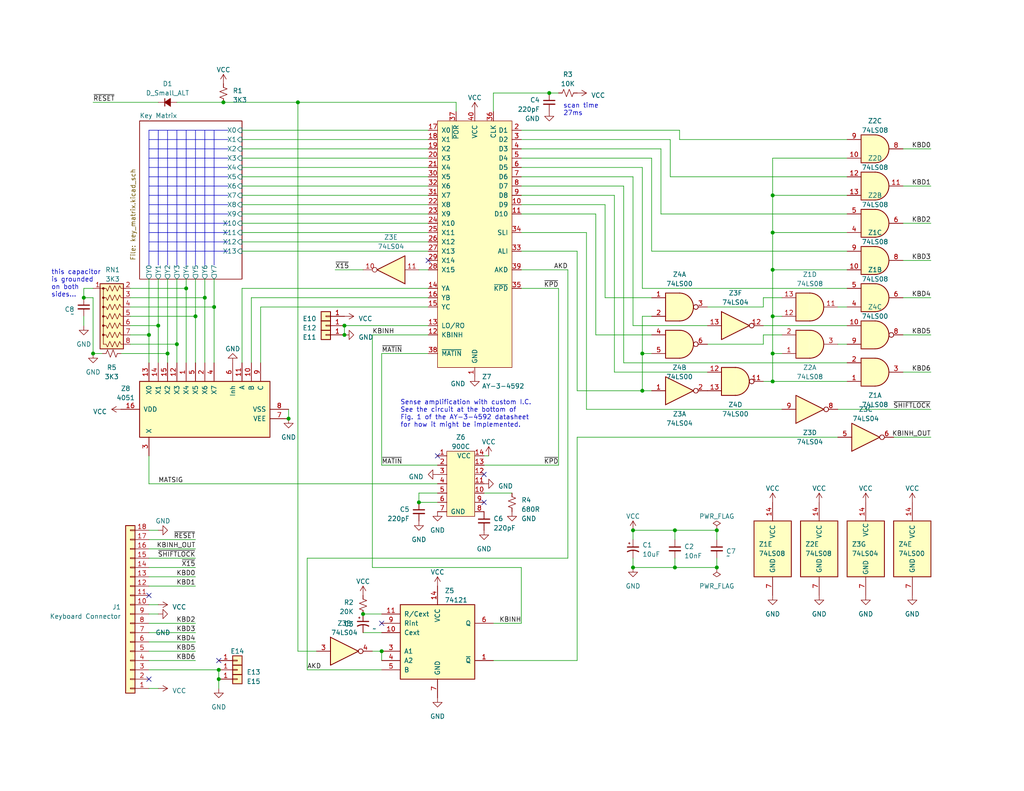
<source format=kicad_sch>
(kicad_sch (version 20230121) (generator eeschema)
  (paper "USLetter")
  (title_block (title "Key Tronic Corp. 65-01642") (date "2023-04-24") (rev "1") (company "Bradley Bell") (comment 1 "As found on MAI Basic/Four 7250 terminal"))
  (lib_symbols
    (symbol "4xxx:4051" (pin_names (offset 1.016))
      (property "Reference" "U" (at -7.62 19.05 0))
      (property "Value" "4051" (at -7.62 -19.05 0))
      (symbol "4051_1_0"
        (pin passive line (at -12.7 5.08 0) (length 5.08) (name "X4") (number "1"))
        (pin input line (at -12.7 -12.7 0) (length 5.08) (name "B") (number "10"))
        (pin input line (at -12.7 -10.16 0) (length 5.08) (name "A") (number "11"))
        (pin passive line (at -12.7 7.62 0) (length 5.08) (name "X3") (number "12"))
        (pin passive line (at -12.7 15.24 0) (length 5.08) (name "X0") (number "13"))
        (pin passive line (at -12.7 12.7 0) (length 5.08) (name "X1") (number "14"))
        (pin passive line (at -12.7 10.16 0) (length 5.08) (name "X2") (number "15"))
        (pin power_in line (at 0 22.86 270) (length 5.08) (name "VDD") (number "16"))
        (pin passive line (at -12.7 0 0) (length 5.08) (name "X6") (number "2"))
        (pin passive line (at 12.7 15.24 180) (length 5.08) (name "X") (number "3"))
        (pin passive line (at -12.7 -2.54 0) (length 5.08) (name "X7") (number "4"))
        (pin passive line (at -12.7 2.54 0) (length 5.08) (name "X5") (number "5"))
        (pin input line (at -12.7 -7.62 0) (length 5.08) (name "Inh") (number "6"))
        (pin power_in line (at 2.54 -22.86 90) (length 5.08) (name "VEE") (number "7"))
        (pin power_in line (at 0 -22.86 90) (length 5.08) (name "VSS") (number "8"))
        (pin input line (at -12.7 -15.24 0) (length 5.08) (name "C") (number "9"))
      )
    )
    (symbol "74xx:74LS00" (pin_names (offset 1.016))
      (property "Reference" "U" (at 0 1.27 0))
      (property "Value" "74LS00" (at 0 -1.27 0))
      (symbol "74LS00_1_1"
        (pin input line (at -7.62 2.54 0) (length 3.81) (name "~") (number "1"))
        (pin input line (at -7.62 -2.54 0) (length 3.81) (name "~") (number "2"))
        (pin output inverted (at 7.62 0 180) (length 3.81) (name "~") (number "3"))
      )
      (symbol "74LS00_1_2"
        (pin input inverted (at -7.62 2.54 0) (length 4.318) (name "~") (number "1"))
        (pin input inverted (at -7.62 -2.54 0) (length 4.318) (name "~") (number "2"))
        (pin output line (at 7.62 0 180) (length 3.81) (name "~") (number "3"))
      )
      (symbol "74LS00_2_1"
        (pin input line (at -7.62 2.54 0) (length 3.81) (name "~") (number "4"))
        (pin input line (at -7.62 -2.54 0) (length 3.81) (name "~") (number "5"))
        (pin output inverted (at 7.62 0 180) (length 3.81) (name "~") (number "6"))
      )
      (symbol "74LS00_2_2"
        (pin input inverted (at -7.62 2.54 0) (length 4.318) (name "~") (number "4"))
        (pin input inverted (at -7.62 -2.54 0) (length 4.318) (name "~") (number "5"))
        (pin output line (at 7.62 0 180) (length 3.81) (name "~") (number "6"))
      )
      (symbol "74LS00_3_1"
        (pin input line (at -7.62 -2.54 0) (length 3.81) (name "~") (number "10"))
        (pin output inverted (at 7.62 0 180) (length 3.81) (name "~") (number "8"))
        (pin input line (at -7.62 2.54 0) (length 3.81) (name "~") (number "9"))
      )
      (symbol "74LS00_3_2"
        (pin input inverted (at -7.62 -2.54 0) (length 4.318) (name "~") (number "10"))
        (pin output line (at 7.62 0 180) (length 3.81) (name "~") (number "8"))
        (pin input inverted (at -7.62 2.54 0) (length 4.318) (name "~") (number "9"))
      )
      (symbol "74LS00_4_1"
        (pin output inverted (at 7.62 0 180) (length 3.81) (name "~") (number "11"))
        (pin input line (at -7.62 2.54 0) (length 3.81) (name "~") (number "12"))
        (pin input line (at -7.62 -2.54 0) (length 3.81) (name "~") (number "13"))
      )
      (symbol "74LS00_4_2"
        (pin output line (at 7.62 0 180) (length 3.81) (name "~") (number "11"))
        (pin input inverted (at -7.62 2.54 0) (length 4.318) (name "~") (number "12"))
        (pin input inverted (at -7.62 -2.54 0) (length 4.318) (name "~") (number "13"))
      )
      (symbol "74LS00_5_0"
        (pin power_in line (at 0 12.7 270) (length 5.08) (name "VCC") (number "14"))
        (pin power_in line (at 0 -12.7 90) (length 5.08) (name "GND") (number "7"))
      )
    )
    (symbol "74xx:74LS04"
      (property "Reference" "U" (at 0 1.27 0))
      (property "Value" "74LS04" (at 0 -1.27 0))
      (symbol "74LS04_1_0"
        (pin input line (at -7.62 0 0) (length 3.81) (name "~") (number "1"))
        (pin output inverted (at 7.62 0 180) (length 3.81) (name "~") (number "2"))
      )
      (symbol "74LS04_2_0"
        (pin input line (at -7.62 0 0) (length 3.81) (name "~") (number "3"))
        (pin output inverted (at 7.62 0 180) (length 3.81) (name "~") (number "4"))
      )
      (symbol "74LS04_3_0"
        (pin input line (at -7.62 0 0) (length 3.81) (name "~") (number "5"))
        (pin output inverted (at 7.62 0 180) (length 3.81) (name "~") (number "6"))
      )
      (symbol "74LS04_4_0"
        (pin output inverted (at 7.62 0 180) (length 3.81) (name "~") (number "8"))
        (pin input line (at -7.62 0 0) (length 3.81) (name "~") (number "9"))
      )
      (symbol "74LS04_5_0"
        (pin output inverted (at 7.62 0 180) (length 3.81) (name "~") (number "10"))
        (pin input line (at -7.62 0 0) (length 3.81) (name "~") (number "11"))
      )
      (symbol "74LS04_6_0"
        (pin output inverted (at 7.62 0 180) (length 3.81) (name "~") (number "12"))
        (pin input line (at -7.62 0 0) (length 3.81) (name "~") (number "13"))
      )
      (symbol "74LS04_7_0"
        (pin power_in line (at 0 12.7 270) (length 5.08) (name "VCC") (number "14"))
        (pin power_in line (at 0 -12.7 90) (length 5.08) (name "GND") (number "7"))
      )
    )
    (symbol "74xx:74LS08" (pin_names (offset 1.016))
      (property "Reference" "U" (at 0 1.27 0))
      (property "Value" "74LS08" (at 0 -1.27 0))
      (symbol "74LS08_1_1"
        (pin input line (at -7.62 2.54 0) (length 3.81) (name "~") (number "1"))
        (pin input line (at -7.62 -2.54 0) (length 3.81) (name "~") (number "2"))
        (pin output line (at 7.62 0 180) (length 3.81) (name "~") (number "3"))
      )
      (symbol "74LS08_1_2"
        (pin input inverted (at -7.62 2.54 0) (length 4.318) (name "~") (number "1"))
        (pin input inverted (at -7.62 -2.54 0) (length 4.318) (name "~") (number "2"))
        (pin output inverted (at 7.62 0 180) (length 3.81) (name "~") (number "3"))
      )
      (symbol "74LS08_2_1"
        (pin input line (at -7.62 2.54 0) (length 3.81) (name "~") (number "4"))
        (pin input line (at -7.62 -2.54 0) (length 3.81) (name "~") (number "5"))
        (pin output line (at 7.62 0 180) (length 3.81) (name "~") (number "6"))
      )
      (symbol "74LS08_2_2"
        (pin input inverted (at -7.62 2.54 0) (length 4.318) (name "~") (number "4"))
        (pin input inverted (at -7.62 -2.54 0) (length 4.318) (name "~") (number "5"))
        (pin output inverted (at 7.62 0 180) (length 3.81) (name "~") (number "6"))
      )
      (symbol "74LS08_3_1"
        (pin input line (at -7.62 -2.54 0) (length 3.81) (name "~") (number "10"))
        (pin output line (at 7.62 0 180) (length 3.81) (name "~") (number "8"))
        (pin input line (at -7.62 2.54 0) (length 3.81) (name "~") (number "9"))
      )
      (symbol "74LS08_3_2"
        (pin input inverted (at -7.62 -2.54 0) (length 4.318) (name "~") (number "10"))
        (pin output inverted (at 7.62 0 180) (length 3.81) (name "~") (number "8"))
        (pin input inverted (at -7.62 2.54 0) (length 4.318) (name "~") (number "9"))
      )
      (symbol "74LS08_4_1"
        (pin output line (at 7.62 0 180) (length 3.81) (name "~") (number "11"))
        (pin input line (at -7.62 2.54 0) (length 3.81) (name "~") (number "12"))
        (pin input line (at -7.62 -2.54 0) (length 3.81) (name "~") (number "13"))
      )
      (symbol "74LS08_4_2"
        (pin output inverted (at 7.62 0 180) (length 3.81) (name "~") (number "11"))
        (pin input inverted (at -7.62 2.54 0) (length 4.318) (name "~") (number "12"))
        (pin input inverted (at -7.62 -2.54 0) (length 4.318) (name "~") (number "13"))
      )
      (symbol "74LS08_5_0"
        (pin power_in line (at 0 12.7 270) (length 5.08) (name "VCC") (number "14"))
        (pin power_in line (at 0 -12.7 90) (length 5.08) (name "GND") (number "7"))
      )
    )
    (symbol "74xx:74LS121" (pin_names (offset 1.016))
      (property "Reference" "Z5" (at 1.9559 13.97 0))
      (property "Value" "74121" (at 1.9559 11.43 0))
      (symbol "74LS121_1_0"
        (pin output line (at 15.24 -5.08 180) (length 5.08) (name "~{Q}") (number "1"))
        (pin input line (at -15.24 2.54 0) (length 5.08) (name "Cext") (number "10"))
        (pin input line (at -15.24 7.62 0) (length 5.08) (name "R/Cext") (number "11"))
        (pin power_in line (at 0 15.24 270) (length 5.08) (name "VCC") (number "14"))
        (pin input line (at -15.24 -2.54 0) (length 5.08) (name "A1") (number "3"))
        (pin input line (at -15.24 -5.08 0) (length 5.08) (name "A2") (number "4"))
        (pin input line (at -15.24 -7.62 0) (length 5.08) (name "B") (number "5"))
        (pin output line (at 15.24 5.08 180) (length 5.08) (name "Q") (number "6"))
        (pin power_in line (at 0 -15.24 90) (length 5.08) (name "GND") (number "7"))
        (pin passive line (at -15.24 5.08 0) (length 5.08) (name "Rint") (number "9"))
      )
    )
    (symbol "Connector_Generic:Conn_01x01" (pin_names (offset 1.016) hide)
      (property "Reference" "J" (at 0 2.54 0))
      (property "Value" "Conn_01x01" (at 0 -2.54 0))
      (symbol "Conn_01x01_1_1"
        (pin passive line (at -5.08 0 0) (length 3.81) (name "Pin_1") (number "1"))
      )
    )
    (symbol "Connector_Generic:Conn_01x18" (pin_names (offset 1.016) hide)
      (property "Reference" "J" (at 0 22.86 0))
      (property "Value" "Conn_01x18" (at 0 -25.4 0))
      (symbol "Conn_01x18_1_1"
        (pin passive line (at -5.08 20.32 0) (length 3.81) (name "Pin_1") (number "1"))
        (pin passive line (at -5.08 -2.54 0) (length 3.81) (name "Pin_10") (number "10"))
        (pin passive line (at -5.08 -5.08 0) (length 3.81) (name "Pin_11") (number "11"))
        (pin passive line (at -5.08 -7.62 0) (length 3.81) (name "Pin_12") (number "12"))
        (pin passive line (at -5.08 -10.16 0) (length 3.81) (name "Pin_13") (number "13"))
        (pin passive line (at -5.08 -12.7 0) (length 3.81) (name "Pin_14") (number "14"))
        (pin passive line (at -5.08 -15.24 0) (length 3.81) (name "Pin_15") (number "15"))
        (pin passive line (at -5.08 -17.78 0) (length 3.81) (name "Pin_16") (number "16"))
        (pin passive line (at -5.08 -20.32 0) (length 3.81) (name "Pin_17") (number "17"))
        (pin passive line (at -5.08 -22.86 0) (length 3.81) (name "Pin_18") (number "18"))
        (pin passive line (at -5.08 17.78 0) (length 3.81) (name "Pin_2") (number "2"))
        (pin passive line (at -5.08 15.24 0) (length 3.81) (name "Pin_3") (number "3"))
        (pin passive line (at -5.08 12.7 0) (length 3.81) (name "Pin_4") (number "4"))
        (pin passive line (at -5.08 10.16 0) (length 3.81) (name "Pin_5") (number "5"))
        (pin passive line (at -5.08 7.62 0) (length 3.81) (name "Pin_6") (number "6"))
        (pin passive line (at -5.08 5.08 0) (length 3.81) (name "Pin_7") (number "7"))
        (pin passive line (at -5.08 2.54 0) (length 3.81) (name "Pin_8") (number "8"))
        (pin passive line (at -5.08 0 0) (length 3.81) (name "Pin_9") (number "9"))
      )
    )
    (symbol "Device:C_Polarized_Small_US" (pin_numbers hide) (pin_names (offset 0.254) hide)
      (property "Reference" "C" (at 0.254 1.778 0))
      (property "Value" "C_Polarized_Small_US" (at 0.254 -2.032 0))
      (symbol "C_Polarized_Small_US_1_1"
        (pin passive line (at 0 2.54 270) (length 2.032) (name "~") (number "1"))
        (pin passive line (at 0 -2.54 90) (length 2.032) (name "~") (number "2"))
      )
    )
    (symbol "Device:C_Small" (pin_numbers hide) (pin_names (offset 0.254) hide)
      (property "Reference" "C" (at 0.254 1.778 0))
      (property "Value" "C_Small" (at 0.254 -2.032 0))
      (symbol "C_Small_1_1"
        (pin passive line (at 0 2.54 270) (length 2.032) (name "~") (number "1"))
        (pin passive line (at 0 -2.54 90) (length 2.032) (name "~") (number "2"))
      )
    )
    (symbol "Device:D_Small_Filled" (pin_numbers hide) (pin_names (offset 0.254) hide)
      (property "Reference" "D" (at -1.27 2.032 0))
      (property "Value" "D_Small_Filled" (at -3.81 -2.032 0))
      (symbol "D_Small_Filled_1_1"
        (pin passive line (at -2.54 0 0) (length 1.778) (name "K") (number "1"))
        (pin passive line (at 2.54 0 180) (length 1.778) (name "A") (number "2"))
      )
    )
    (symbol "Device:R_Network07_US" (pin_names (offset 0) hide)
      (property "Reference" "RN" (at -10.16 0 90))
      (property "Value" "R_Network07_US" (at 10.16 0 90))
      (symbol "R_Network07_US_1_1"
        (pin passive line (at -7.62 5.08 270) (length 2.54) (name "common") (number "1"))
        (pin passive line (at -7.62 -5.08 90) (length 1.27) (name "R1") (number "2"))
        (pin passive line (at -5.08 -5.08 90) (length 1.27) (name "R2") (number "3"))
        (pin passive line (at -2.54 -5.08 90) (length 1.27) (name "R3") (number "4"))
        (pin passive line (at 0 -5.08 90) (length 1.27) (name "R4") (number "5"))
        (pin passive line (at 2.54 -5.08 90) (length 1.27) (name "R5") (number "6"))
        (pin passive line (at 5.08 -5.08 90) (length 1.27) (name "R6") (number "7"))
        (pin passive line (at 7.62 -5.08 90) (length 1.27) (name "R7") (number "8"))
      )
    )
    (symbol "Device:R_Small_US" (pin_numbers hide) (pin_names (offset 0.254) hide)
      (property "Reference" "R" (at 0.762 0.508 0))
      (property "Value" "R_Small_US" (at 0.762 -1.016 0))
      (symbol "R_Small_US_1_1"
        (pin passive line (at 0 2.54 270) (length 1.016) (name "~") (number "1"))
        (pin passive line (at 0 -2.54 90) (length 1.016) (name "~") (number "2"))
      )
    )
    (symbol "ambassador:4592_simple" (pin_names (offset 1.016))
      (property "Reference" "Z8" (at 6.35 52.07 0))
      (property "Value" "4592_simple" (at 6.35 49.53 0))
      (symbol "4592_simple_0_1"
        (pin power_in line (at 0 -21.59 90) (length 2.54) (name "GND") (number "1"))
        (pin output line (at 12.7 25.4 180) (length 2.54) (name "D9") (number "10"))
        (pin output line (at 12.7 22.86 180) (length 2.54) (name "D10") (number "11"))
        (pin input line (at -12.7 -10.16 0) (length 2.54) (name "KBINH") (number "12"))
        (pin input line (at -12.7 -7.62 0) (length 2.54) (name "LO/RO") (number "13"))
        (pin output line (at -12.7 2.54 0) (length 2.54) (name "YA") (number "14"))
        (pin output line (at -12.7 -2.54 0) (length 2.54) (name "YC") (number "15"))
        (pin output line (at -12.7 0 0) (length 2.54) (name "YB") (number "16"))
        (pin output line (at -12.7 43.18 0) (length 2.54) (name "X1") (number "18"))
        (pin output line (at -12.7 40.64 0) (length 2.54) (name "X2") (number "19"))
        (pin output line (at 12.7 45.72 180) (length 2.54) (name "D1") (number "2"))
        (pin output line (at -12.7 38.1 0) (length 2.54) (name "X3") (number "20"))
        (pin output line (at -12.7 35.56 0) (length 2.54) (name "X4") (number "21"))
        (pin output line (at -12.7 22.86 0) (length 2.54) (name "X9") (number "23"))
        (pin output line (at -12.7 20.32 0) (length 2.54) (name "X10") (number "24"))
        (pin output line (at -12.7 17.78 0) (length 2.54) (name "X11") (number "25"))
        (pin output line (at -12.7 12.7 0) (length 2.54) (name "X13") (number "27"))
        (pin output line (at -12.7 7.62 0) (length 2.54) (name "X15") (number "28"))
        (pin output line (at -12.7 10.16 0) (length 2.54) (name "X14") (number "29"))
        (pin output line (at 12.7 43.18 180) (length 2.54) (name "D2") (number "3"))
        (pin output line (at -12.7 27.94 0) (length 2.54) (name "X7") (number "31"))
        (pin output line (at -12.7 30.48 0) (length 2.54) (name "X6") (number "32"))
        (pin output line (at 12.7 12.7 180) (length 2.54) (name "ALI") (number "33"))
        (pin output line (at 12.7 17.78 180) (length 2.54) (name "SLI") (number "34"))
        (pin output line (at 12.7 2.54 180) (length 2.54) (name "~{KPD}") (number "35"))
        (pin passive line (at 5.08 50.8 270) (length 2.54) (name "CLK") (number "36"))
        (pin input line (at -5.08 50.8 270) (length 2.54) (name "~{POR}") (number "37"))
        (pin input line (at -12.7 -15.24 0) (length 2.54) (name "~{MATIN}") (number "38"))
        (pin output line (at 12.7 7.62 180) (length 2.54) (name "AKD") (number "39"))
        (pin output line (at 12.7 40.64 180) (length 2.54) (name "D3") (number "4"))
        (pin power_in line (at 0 50.8 270) (length 2.54) (name "VCC") (number "40"))
        (pin output line (at 12.7 38.1 180) (length 2.54) (name "D4") (number "5"))
        (pin output line (at 12.7 35.56 180) (length 2.54) (name "D5") (number "6"))
        (pin output line (at 12.7 33.02 180) (length 2.54) (name "D6") (number "7"))
        (pin output line (at 12.7 30.48 180) (length 2.54) (name "D7") (number "8"))
        (pin output line (at 12.7 27.94 180) (length 2.54) (name "D8") (number "9"))
      )
      (symbol "4592_simple_1_1"
        (pin output line (at -12.7 45.72 0) (length 2.54) (name "X0") (number "17"))
        (pin output line (at -12.7 25.4 0) (length 2.54) (name "X8") (number "22"))
        (pin output line (at -12.7 15.24 0) (length 2.54) (name "X12") (number "26"))
        (pin output line (at -12.7 33.02 0) (length 2.54) (name "X5") (number "30"))
      )
    )
    (symbol "ambassador:900C" (pin_names (offset 1.016))
      (property "Reference" "U" (at 0 0 0))
      (property "Value" "900C" (at 0 -3.81 0))
      (symbol "900C_0_0"
        (pin unspecified line (at -6.35 3.81 0) (length 2.54) (name "~") (number "1"))
        (pin unspecified line (at 6.35 -6.35 180) (length 2.54) (name "~") (number "10"))
        (pin unspecified line (at 6.35 -3.81 180) (length 2.54) (name "~") (number "11"))
        (pin unspecified line (at 6.35 -1.27 180) (length 2.54) (name "~") (number "12"))
        (pin unspecified line (at 6.35 1.27 180) (length 2.54) (name "~") (number "13"))
        (pin power_in line (at 6.35 3.81 180) (length 2.54) (name "VCC") (number "14"))
        (pin unspecified line (at -6.35 1.27 0) (length 2.54) (name "~") (number "2"))
        (pin unspecified line (at -6.35 -1.27 0) (length 2.54) (name "~") (number "3"))
        (pin unspecified line (at -6.35 -3.81 0) (length 2.54) (name "~") (number "4"))
        (pin unspecified line (at -6.35 -6.35 0) (length 2.54) (name "~") (number "5"))
        (pin unspecified line (at -6.35 -8.89 0) (length 2.54) (name "~") (number "6"))
        (pin power_in line (at -6.35 -11.43 0) (length 2.54) (name "GND") (number "7"))
        (pin unspecified line (at 6.35 -11.43 180) (length 2.54) (name "~") (number "8"))
        (pin unspecified line (at 6.35 -8.89 180) (length 2.54) (name "~") (number "9"))
      )
    )
    (symbol "power:GND" (power) (pin_names (offset 0))
      (property "Value" "GND" (at 0 -3.81 0))
      (symbol "GND_1_1"
        (pin power_in line (at 0 0 270) (length 0) hide (name "GND") (number "1"))
      )
    )
    (symbol "power:PWR_FLAG" (power) (pin_numbers hide) (pin_names (offset 0) hide)
      (property "Value" "PWR_FLAG" (at 0 3.81 0))
      (symbol "PWR_FLAG_0_0"
        (pin power_out line (at 0 0 90) (length 0) (name "pwr") (number "1"))
      )
    )
    (symbol "power:VCC" (power) (pin_names (offset 0))
      (property "Value" "VCC" (at 0 3.81 0))
      (symbol "VCC_1_1"
        (pin power_in line (at 0 0 90) (length 0) hide (name "VCC") (number "1"))
      )
    )
  )
  (junction (at 210.82 53.34))
  (junction (at 40.64 91.44))
  (junction (at 210.82 86.36))
  (junction (at 93.98 88.9))
  (junction (at 60.96 27.94))
  (junction (at 58.42 83.82))
  (junction (at 59.69 185.42))
  (junction (at 184.15 144.78))
  (junction (at 210.82 63.5))
  (junction (at 55.88 81.28))
  (junction (at 81.28 27.94))
  (junction (at 53.34 86.36))
  (junction (at 99.06 167.64))
  (junction (at 48.26 93.98))
  (junction (at 172.72 154.94))
  (junction (at 43.18 88.9))
  (junction (at 172.72 144.78))
  (junction (at 114.3 137.16))
  (junction (at 25.4 96.52))
  (junction (at 195.58 144.78))
  (junction (at 210.82 104.14))
  (junction (at 184.15 154.94))
  (junction (at 59.69 182.88))
  (junction (at 78.74 114.3))
  (junction (at 175.26 96.52))
  (junction (at 195.58 154.94))
  (junction (at 50.8 78.74))
  (junction (at 210.82 73.66))
  (junction (at 22.86 81.28))
  (junction (at 93.98 91.44))
  (junction (at 45.72 96.52))
  (junction (at 175.26 106.68))
  (junction (at 104.14 177.8))
  (junction (at 210.82 96.52))
  (junction (at 149.86 25.4))
  (no_connect (at 116.84 71.12))
  (no_connect (at 59.69 180.34))
  (no_connect (at 119.38 124.46))
  (no_connect (at 40.64 185.42))
  (no_connect (at 132.08 137.16))
  (no_connect (at 132.08 129.54))
  (no_connect (at 104.14 170.18))
  (no_connect (at 40.64 162.56))
  (wire (pts (xy 60.96 27.94) (xy 81.28 27.94)))
  (polyline (pts (xy 40.64 35.56) (xy 62.23 35.56)))
  (wire (pts (xy 53.34 172.72) (xy 40.64 172.72)))
  (wire (pts (xy 210.82 86.36) (xy 210.82 96.52)))
  (wire (pts (xy 182.88 48.26) (xy 231.14 48.26)))
  (wire (pts (xy 175.26 96.52) (xy 177.8 96.52)))
  (wire (pts (xy 185.42 35.56) (xy 185.42 38.1)))
  (wire (pts (xy 66.04 40.64) (xy 116.84 40.64)))
  (wire (pts (xy 119.38 137.16) (xy 114.3 137.16)))
  (wire (pts (xy 210.82 96.52) (xy 210.82 104.14)))
  (wire (pts (xy 59.69 187.96) (xy 59.69 185.42)))
  (wire (pts (xy 35.56 88.9) (xy 43.18 88.9)))
  (wire (pts (xy 22.86 88.9) (xy 22.86 86.36)))
  (wire (pts (xy 184.15 144.78) (xy 195.58 144.78)))
  (wire (pts (xy 71.12 99.06) (xy 71.12 83.82)))
  (wire (pts (xy 104.14 96.52) (xy 104.14 127)))
  (polyline (pts (xy 40.64 45.72) (xy 62.23 45.72)))
  (wire (pts (xy 43.18 88.9) (xy 43.18 99.06)))
  (polyline (pts (xy 48.26 72.39) (xy 48.26 35.56)))
  (wire (pts (xy 172.72 154.94) (xy 184.15 154.94)))
  (wire (pts (xy 142.24 154.94) (xy 101.6 154.94)))
  (wire (pts (xy 175.26 86.36) (xy 177.8 86.36)))
  (polyline (pts (xy 40.64 48.26) (xy 62.23 48.26)))
  (wire (pts (xy 154.94 152.4) (xy 154.94 73.66)))
  (wire (pts (xy 104.14 127) (xy 119.38 127)))
  (wire (pts (xy 66.04 48.26) (xy 116.84 48.26)))
  (wire (pts (xy 210.82 53.34) (xy 210.82 63.5)))
  (wire (pts (xy 246.38 71.12) (xy 254 71.12)))
  (wire (pts (xy 182.88 38.1) (xy 182.88 48.26)))
  (wire (pts (xy 246.38 101.6) (xy 254 101.6)))
  (wire (pts (xy 132.08 134.62) (xy 139.7 134.62)))
  (wire (pts (xy 114.3 134.62) (xy 114.3 137.16)))
  (wire (pts (xy 175.26 78.74) (xy 231.14 78.74)))
  (wire (pts (xy 104.14 177.8) (xy 104.14 180.34)))
  (wire (pts (xy 66.04 53.34) (xy 116.84 53.34)))
  (wire (pts (xy 184.15 144.78) (xy 184.15 147.32)))
  (wire (pts (xy 149.86 25.4) (xy 152.4 25.4)))
  (wire (pts (xy 53.34 147.32) (xy 40.64 147.32)))
  (wire (pts (xy 35.56 78.74) (xy 50.8 78.74)))
  (wire (pts (xy 175.26 45.72) (xy 175.26 78.74)))
  (wire (pts (xy 66.04 50.8) (xy 116.84 50.8)))
  (wire (pts (xy 53.34 86.36) (xy 53.34 99.06)))
  (wire (pts (xy 213.36 86.36) (xy 210.82 86.36)))
  (wire (pts (xy 210.82 104.14) (xy 208.28 104.14)))
  (wire (pts (xy 134.62 170.18) (xy 142.24 170.18)))
  (wire (pts (xy 142.24 35.56) (xy 185.42 35.56)))
  (wire (pts (xy 35.56 91.44) (xy 40.64 91.44)))
  (polyline (pts (xy 40.64 50.8) (xy 62.23 50.8)))
  (wire (pts (xy 210.82 53.34) (xy 231.14 53.34)))
  (wire (pts (xy 35.56 83.82) (xy 58.42 83.82)))
  (wire (pts (xy 246.38 50.8) (xy 254 50.8)))
  (wire (pts (xy 93.98 91.44) (xy 93.98 88.9)))
  (wire (pts (xy 167.64 101.6) (xy 193.04 101.6)))
  (polyline (pts (xy 40.64 72.39) (xy 40.64 35.56)))
  (wire (pts (xy 55.88 76.2) (xy 55.88 81.28)))
  (wire (pts (xy 53.34 175.26) (xy 40.64 175.26)))
  (polyline (pts (xy 45.72 72.39) (xy 45.72 35.56)))
  (wire (pts (xy 208.28 91.44) (xy 213.36 91.44)))
  (wire (pts (xy 142.24 68.58) (xy 157.48 68.58)))
  (wire (pts (xy 142.24 58.42) (xy 162.56 58.42)))
  (wire (pts (xy 134.62 25.4) (xy 149.86 25.4)))
  (wire (pts (xy 66.04 68.58) (xy 116.84 68.58)))
  (wire (pts (xy 132.08 127) (xy 152.4 127)))
  (wire (pts (xy 142.24 43.18) (xy 177.8 43.18)))
  (wire (pts (xy 68.58 81.28) (xy 116.84 81.28)))
  (wire (pts (xy 48.26 93.98) (xy 48.26 99.06)))
  (wire (pts (xy 66.04 38.1) (xy 116.84 38.1)))
  (wire (pts (xy 66.04 35.56) (xy 116.84 35.56)))
  (wire (pts (xy 33.02 96.52) (xy 45.72 96.52)))
  (wire (pts (xy 101.6 91.44) (xy 116.84 91.44)))
  (polyline (pts (xy 40.64 58.42) (xy 62.23 58.42)))
  (polyline (pts (xy 58.42 72.39) (xy 58.42 35.56)))
  (wire (pts (xy 185.42 38.1) (xy 231.14 38.1)))
  (wire (pts (xy 71.12 83.82) (xy 116.84 83.82)))
  (wire (pts (xy 172.72 48.26) (xy 172.72 88.9)))
  (wire (pts (xy 86.36 177.8) (xy 81.28 177.8)))
  (wire (pts (xy 142.24 45.72) (xy 175.26 45.72)))
  (polyline (pts (xy 55.88 72.39) (xy 55.88 35.56)))
  (wire (pts (xy 59.69 182.88) (xy 40.64 182.88)))
  (wire (pts (xy 177.8 68.58) (xy 231.14 68.58)))
  (wire (pts (xy 175.26 96.52) (xy 175.26 106.68)))
  (wire (pts (xy 172.72 88.9) (xy 193.04 88.9)))
  (wire (pts (xy 66.04 60.96) (xy 116.84 60.96)))
  (wire (pts (xy 35.56 86.36) (xy 53.34 86.36)))
  (wire (pts (xy 66.04 55.88) (xy 116.84 55.88)))
  (wire (pts (xy 101.6 154.94) (xy 101.6 91.44)))
  (wire (pts (xy 210.82 63.5) (xy 231.14 63.5)))
  (wire (pts (xy 210.82 43.18) (xy 210.82 53.34)))
  (wire (pts (xy 50.8 78.74) (xy 50.8 99.06)))
  (wire (pts (xy 66.04 66.04) (xy 116.84 66.04)))
  (wire (pts (xy 40.64 132.08) (xy 119.38 132.08)))
  (wire (pts (xy 43.18 27.94) (xy 25.4 27.94)))
  (wire (pts (xy 210.82 63.5) (xy 210.82 73.66)))
  (wire (pts (xy 210.82 104.14) (xy 231.14 104.14)))
  (wire (pts (xy 43.18 76.2) (xy 43.18 88.9)))
  (wire (pts (xy 68.58 99.06) (xy 68.58 81.28)))
  (wire (pts (xy 162.56 58.42) (xy 162.56 91.44)))
  (wire (pts (xy 208.28 91.44) (xy 208.28 93.98)))
  (wire (pts (xy 172.72 154.94) (xy 172.72 152.4)))
  (polyline (pts (xy 40.64 43.18) (xy 62.23 43.18)))
  (wire (pts (xy 114.3 73.66) (xy 116.84 73.66)))
  (wire (pts (xy 59.69 182.88) (xy 59.69 185.42)))
  (wire (pts (xy 91.44 73.66) (xy 99.06 73.66)))
  (wire (pts (xy 165.1 81.28) (xy 177.8 81.28)))
  (wire (pts (xy 40.64 165.1) (xy 43.18 165.1)))
  (wire (pts (xy 157.48 119.38) (xy 157.48 180.34)))
  (wire (pts (xy 142.24 38.1) (xy 182.88 38.1)))
  (wire (pts (xy 58.42 76.2) (xy 58.42 83.82)))
  (wire (pts (xy 124.46 27.94) (xy 124.46 30.48)))
  (wire (pts (xy 184.15 154.94) (xy 195.58 154.94)))
  (wire (pts (xy 152.4 78.74) (xy 142.24 78.74)))
  (wire (pts (xy 53.34 157.48) (xy 40.64 157.48)))
  (wire (pts (xy 119.38 134.62) (xy 114.3 134.62)))
  (polyline (pts (xy 43.18 72.39) (xy 43.18 35.56)))
  (wire (pts (xy 142.24 48.26) (xy 172.72 48.26)))
  (wire (pts (xy 142.24 170.18) (xy 142.24 154.94)))
  (wire (pts (xy 104.14 96.52) (xy 116.84 96.52)))
  (wire (pts (xy 40.64 76.2) (xy 40.64 91.44)))
  (wire (pts (xy 160.02 111.76) (xy 213.36 111.76)))
  (wire (pts (xy 208.28 81.28) (xy 208.28 83.82)))
  (wire (pts (xy 243.84 119.38) (xy 254 119.38)))
  (wire (pts (xy 66.04 43.18) (xy 116.84 43.18)))
  (wire (pts (xy 170.18 50.8) (xy 170.18 99.06)))
  (wire (pts (xy 172.72 144.78) (xy 172.72 147.32)))
  (wire (pts (xy 208.28 88.9) (xy 231.14 88.9)))
  (wire (pts (xy 50.8 76.2) (xy 50.8 78.74)))
  (wire (pts (xy 45.72 76.2) (xy 45.72 96.52)))
  (wire (pts (xy 157.48 68.58) (xy 157.48 106.68)))
  (wire (pts (xy 83.82 152.4) (xy 154.94 152.4)))
  (wire (pts (xy 78.74 114.3) (xy 78.74 111.76)))
  (wire (pts (xy 208.28 93.98) (xy 193.04 93.98)))
  (wire (pts (xy 66.04 58.42) (xy 116.84 58.42)))
  (polyline (pts (xy 40.64 60.96) (xy 62.23 60.96)))
  (wire (pts (xy 40.64 124.46) (xy 40.64 132.08)))
  (wire (pts (xy 184.15 154.94) (xy 184.15 152.4)))
  (polyline (pts (xy 40.64 66.04) (xy 62.23 66.04)))
  (wire (pts (xy 58.42 83.82) (xy 58.42 99.06)))
  (wire (pts (xy 53.34 160.02) (xy 40.64 160.02)))
  (wire (pts (xy 210.82 43.18) (xy 231.14 43.18)))
  (polyline (pts (xy 40.64 38.1) (xy 62.23 38.1)))
  (polyline (pts (xy 50.8 72.39) (xy 50.8 35.56)))
  (wire (pts (xy 93.98 88.9) (xy 116.84 88.9)))
  (wire (pts (xy 101.6 177.8) (xy 104.14 177.8)))
  (wire (pts (xy 210.82 73.66) (xy 231.14 73.66)))
  (wire (pts (xy 81.28 27.94) (xy 124.46 27.94)))
  (wire (pts (xy 35.56 93.98) (xy 48.26 93.98)))
  (polyline (pts (xy 40.64 68.58) (xy 62.23 68.58)))
  (wire (pts (xy 55.88 81.28) (xy 55.88 99.06)))
  (wire (pts (xy 53.34 177.8) (xy 40.64 177.8)))
  (wire (pts (xy 48.26 76.2) (xy 48.26 93.98)))
  (wire (pts (xy 177.8 43.18) (xy 177.8 68.58)))
  (wire (pts (xy 83.82 152.4) (xy 83.82 182.88)))
  (wire (pts (xy 99.06 172.72) (xy 104.14 172.72)))
  (wire (pts (xy 175.26 86.36) (xy 175.26 96.52)))
  (wire (pts (xy 167.64 53.34) (xy 167.64 101.6)))
  (wire (pts (xy 246.38 91.44) (xy 254 91.44)))
  (wire (pts (xy 195.58 152.4) (xy 195.58 154.94)))
  (wire (pts (xy 134.62 25.4) (xy 134.62 30.48)))
  (polyline (pts (xy 40.64 63.5) (xy 62.23 63.5)))
  (wire (pts (xy 66.04 45.72) (xy 116.84 45.72)))
  (wire (pts (xy 254 111.76) (xy 228.6 111.76)))
  (wire (pts (xy 213.36 96.52) (xy 210.82 96.52)))
  (wire (pts (xy 53.34 152.4) (xy 40.64 152.4)))
  (wire (pts (xy 177.8 106.68) (xy 175.26 106.68)))
  (wire (pts (xy 142.24 50.8) (xy 170.18 50.8)))
  (wire (pts (xy 160.02 111.76) (xy 160.02 63.5)))
  (wire (pts (xy 35.56 81.28) (xy 55.88 81.28)))
  (wire (pts (xy 195.58 144.78) (xy 195.58 147.32)))
  (wire (pts (xy 53.34 180.34) (xy 40.64 180.34)))
  (wire (pts (xy 45.72 96.52) (xy 45.72 99.06)))
  (wire (pts (xy 142.24 40.64) (xy 180.34 40.64)))
  (wire (pts (xy 180.34 58.42) (xy 231.14 58.42)))
  (wire (pts (xy 246.38 40.64) (xy 254 40.64)))
  (wire (pts (xy 246.38 81.28) (xy 254 81.28)))
  (wire (pts (xy 40.64 91.44) (xy 40.64 99.06)))
  (wire (pts (xy 53.34 76.2) (xy 53.34 86.36)))
  (polyline (pts (xy 53.34 72.39) (xy 53.34 35.56)))
  (polyline (pts (xy 40.64 53.34) (xy 62.23 53.34)))
  (wire (pts (xy 228.6 93.98) (xy 231.14 93.98)))
  (wire (pts (xy 157.48 119.38) (xy 228.6 119.38)))
  (wire (pts (xy 165.1 55.88) (xy 165.1 81.28)))
  (wire (pts (xy 152.4 78.74) (xy 152.4 127)))
  (wire (pts (xy 142.24 55.88) (xy 165.1 55.88)))
  (wire (pts (xy 246.38 60.96) (xy 254 60.96)))
  (wire (pts (xy 157.48 180.34) (xy 134.62 180.34)))
  (wire (pts (xy 53.34 170.18) (xy 40.64 170.18)))
  (wire (pts (xy 180.34 40.64) (xy 180.34 58.42)))
  (wire (pts (xy 66.04 78.74) (xy 116.84 78.74)))
  (wire (pts (xy 154.94 73.66) (xy 142.24 73.66)))
  (wire (pts (xy 172.72 144.78) (xy 184.15 144.78)))
  (wire (pts (xy 99.06 167.64) (xy 104.14 167.64)))
  (wire (pts (xy 157.48 106.68) (xy 175.26 106.68)))
  (wire (pts (xy 66.04 99.06) (xy 66.04 78.74)))
  (wire (pts (xy 208.28 83.82) (xy 193.04 83.82)))
  (polyline (pts (xy 40.64 55.88) (xy 62.23 55.88)))
  (wire (pts (xy 40.64 187.96) (xy 43.18 187.96)))
  (wire (pts (xy 25.4 96.52) (xy 25.4 81.28)))
  (wire (pts (xy 170.18 99.06) (xy 231.14 99.06)))
  (wire (pts (xy 81.28 177.8) (xy 81.28 27.94)))
  (wire (pts (xy 213.36 81.28) (xy 208.28 81.28)))
  (wire (pts (xy 43.18 144.78) (xy 40.64 144.78)))
  (wire (pts (xy 210.82 73.66) (xy 210.82 86.36)))
  (wire (pts (xy 53.34 154.94) (xy 40.64 154.94)))
  (wire (pts (xy 66.04 63.5) (xy 116.84 63.5)))
  (wire (pts (xy 60.96 27.94) (xy 48.26 27.94)))
  (wire (pts (xy 22.86 78.74) (xy 22.86 81.28)))
  (wire (pts (xy 160.02 63.5) (xy 142.24 63.5)))
  (wire (pts (xy 133.35 124.46) (xy 132.08 124.46)))
  (wire (pts (xy 83.82 182.88) (xy 104.14 182.88)))
  (wire (pts (xy 25.4 81.28) (xy 22.86 81.28)))
  (wire (pts (xy 53.34 149.86) (xy 40.64 149.86)))
  (polyline (pts (xy 40.64 40.64) (xy 62.23 40.64)))
  (wire (pts (xy 142.24 53.34) (xy 167.64 53.34)))
  (wire (pts (xy 25.4 96.52) (xy 27.94 96.52)))
  (wire (pts (xy 22.86 78.74) (xy 25.4 78.74)))
  (wire (pts (xy 228.6 83.82) (xy 231.14 83.82)))
  (wire (pts (xy 40.64 167.64) (xy 43.18 167.64)))
  (wire (pts (xy 162.56 91.44) (xy 177.8 91.44)))
  (text "Sense amplification with custom I.C. \nSee the circuit at the bottom of \nFig. 1 of the AY-3-4592 datasheet \nfor how it might be implemented.\n" (at 109.22 116.84 0) (effects (font (size 1.27 1.27)) (justify left bottom)))
  (text "this capacitor\nis grounded\non both\nsides..." (at 13.97 81.28 0) (effects (font (size 1.27 1.27)) (justify left bottom)))
  (text "scan time\n27ms" (at 153.67 31.75 0) (effects (font (size 1.27 1.27)) (justify left bottom)))
  (label "~{X15}" (at 91.44 73.66 0))
  (label "AKD" (at 83.82 182.88 0))
  (label "KBD3" (at 254 71.12 180))
  (label "KBD2" (at 254 60.96 180))
  (label "KBD5" (at 254 91.44 180))
  (label "KBD6" (at 254 101.6 180))
  (label "MATSIG" (at 43.18 132.08 0))
  (label "KBINH_OUT" (at 53.34 149.86 180))
  (label "~{MATIN}" (at 104.14 96.52 0))
  (label "KBINH" (at 142.24 170.18 180))
  (label "KBINH" (at 101.6 91.44 0))
  (label "KBD0" (at 53.34 157.48 180))
  (label "KBD3" (at 53.34 172.72 180))
  (label "~{RESET}" (at 25.4 27.94 0))
  (label "~{RESET}" (at 53.34 147.32 180))
  (label "AKD" (at 154.94 73.66 180))
  (label "~{SHIFTLOCK}" (at 53.34 152.4 180))
  (label "KBD1" (at 53.34 160.02 180))
  (label "~{KPD}" (at 152.4 127 180))
  (label "KBD1" (at 254 50.8 180))
  (label "KBD2" (at 53.34 170.18 180))
  (label "KBINH_OUT" (at 254 119.38 180))
  (label "KBD4" (at 254 81.28 180))
  (label "~{X15}" (at 53.34 154.94 180))
  (label "~{SHIFTLOCK}" (at 254 111.76 180))
  (label "KBD5" (at 53.34 177.8 180))
  (label "KBD0" (at 254 40.64 180))
  (label "KBD4" (at 53.34 175.26 180))
  (label "KBD6" (at 53.34 180.34 180))
  (label "~{KPD}" (at 152.4 78.74 180))
  (label "~{MATIN}" (at 104.14 127 0))
  (symbol (lib_id "74xx:74LS04") (at 185.42 106.68 0) (mirror x) (unit 1)
    (property "Reference" "Z3" (at 185.42 113.03 0))
    (property "Value" "74LS04" (at 185.42 115.57 0))
    (property "Footprint" "Package_DIP:DIP-14_W7.62mm" (effects hide))
    (property "Datasheet" "http://www.ti.com/lit/gpn/sn74LS04" (effects hide))
  )
  (symbol (lib_id "74xx:74LS04") (at 93.98 177.8 0) (unit 2)
    (property "Reference" "Z3" (at 93.98 170.18 0))
    (property "Value" "74LS04" (at 93.98 172.72 0))
    (property "Footprint" "Package_DIP:DIP-14_W7.62mm" (effects hide))
    (property "Datasheet" "http://www.ti.com/lit/gpn/sn74LS04" (effects hide))
  )
  (symbol (lib_id "74xx:74LS04") (at 236.22 119.38 0) (mirror x) (unit 3)
    (property "Reference" "Z3" (at 236.22 111.76 0))
    (property "Value" "74LS04" (at 236.22 114.3 0))
    (property "Footprint" "Package_DIP:DIP-14_W7.62mm" (effects hide))
    (property "Datasheet" "http://www.ti.com/lit/gpn/sn74LS04" (effects hide))
  )
  (symbol (lib_id "74xx:74LS04") (at 220.98 111.76 0) (mirror x) (unit 4)
    (property "Reference" "Z3" (at 220.98 118.11 0))
    (property "Value" "74LS04" (at 220.98 120.65 0))
    (property "Footprint" "Package_DIP:DIP-14_W7.62mm" (effects hide))
    (property "Datasheet" "http://www.ti.com/lit/gpn/sn74LS04" (effects hide))
  )
  (symbol (lib_id "74xx:74LS04") (at 106.68 73.66 180) (unit 5)
    (property "Reference" "Z3" (at 106.68 64.77 0))
    (property "Value" "74LS04" (at 106.68 67.31 0))
    (property "Footprint" "Package_DIP:DIP-14_W7.62mm" (effects hide))
    (property "Datasheet" "http://www.ti.com/lit/gpn/sn74LS04" (effects hide))
  )
  (symbol (lib_id "74xx:74LS04") (at 200.66 88.9 0) (unit 6)
    (property "Reference" "Z3" (at 200.66 80.01 0))
    (property "Value" "74LS04" (at 200.66 82.55 0))
    (property "Footprint" "Package_DIP:DIP-14_W7.62mm" (effects hide))
    (property "Datasheet" "http://www.ti.com/lit/gpn/sn74LS04" (effects hide))
  )
  (symbol (lib_id "Device:R_Small_US") (at 60.96 25.4 0) (unit 1)
    (property "Reference" "R1" (at 63.5 24.765 0) (effects (justify left)))
    (property "Value" "3K3" (at 63.5 27.305 0) (effects (justify left)))
    (property "Footprint" "Resistor_THT:R_Axial_DIN0309_L9.0mm_D3.2mm_P12.70mm_Horizontal" (effects hide))
  )
  (symbol (lib_id "Device:R_Small_US") (at 30.48 96.52 90) (unit 1)
    (property "Reference" "R5" (at 30.48 100.33 90))
    (property "Value" "3K3" (at 30.48 102.87 90))
    (property "Footprint" "Resistor_THT:R_Axial_DIN0309_L9.0mm_D3.2mm_P12.70mm_Horizontal" (effects hide))
  )
  (symbol (lib_id "4xxx:4051") (at 55.88 111.76 90) (mirror x) (unit 1)
    (property "Reference" "Z8" (at 34.29 106.0703 90))
    (property "Value" "4051" (at 34.29 108.6103 90))
    (property "Footprint" "Package_DIP:DIP-16_W7.62mm" (effects hide))
    (property "Datasheet" "http://www.intersil.com/content/dam/Intersil/documents/cd40/cd4051bms-52bms-53bms.pdf" (effects hide))
  )
  (symbol (lib_id "Device:R_Network07_US") (at 30.48 86.36 90) (mirror x) (unit 1)
    (property "Reference" "RN1" (at 30.734 73.66 90))
    (property "Value" "3K3" (at 30.734 76.2 90))
    (property "Footprint" "Resistor_THT:R_Array_SIP8" (effects hide))
    (property "Datasheet" "http://www.vishay.com/docs/31509/csc.pdf" (effects hide))
  )
  (symbol (lib_id "power:VCC") (at 129.54 30.48 0) (mirror y) (unit 1)
    (property "Reference" "#PWR0134" (effects hide))
    (property "Value" "VCC" (at 129.54 26.67 0))
  )
  (symbol (lib_id "power:GND") (at 22.86 88.9 0) (mirror y) (unit 1)
    (property "Reference" "#PWR0132" (effects hide))
    (property "Value" "GND" (at 22.86 93.98 0))
  )
  (symbol (lib_id "power:GND") (at 78.74 114.3 0) (mirror y) (unit 1)
    (property "Reference" "#PWR0121" (effects hide))
    (property "Value" "GND" (at 78.74 119.38 0))
  )
  (symbol (lib_id "power:VCC") (at 33.02 111.76 90) (mirror x) (unit 1)
    (property "Reference" "#PWR0137" (effects hide))
    (property "Value" "VCC" (at 29.21 112.395 90) (effects (justify left)))
  )
  (symbol (lib_id "Device:C_Small") (at 149.86 27.94 0) (unit 1)
    (property "Reference" "C4" (at 147.32 27.3113 0) (effects (justify right)))
    (property "Value" "220pF" (at 147.32 29.8513 0) (effects (justify right)))
    (property "Footprint" "MyPassives:C_Disc_D8.0mm_W2.5mm_P6.35mm" (effects hide))
  )
  (symbol (lib_id "power:GND") (at 149.86 30.48 0) (unit 1)
    (property "Reference" "#PWR0135" (effects hide))
    (property "Value" "GND" (at 147.32 32.385 0) (effects (justify right)))
  )
  (symbol (lib_id "power:GND") (at 129.54 102.87 0) (mirror y) (unit 1)
    (property "Reference" "#PWR0144" (effects hide))
    (property "Value" "GND" (at 127 104.775 0) (effects (justify left)))
  )
  (symbol (lib_id "Device:D_Small_Filled") (at 45.72 27.94 0) (unit 1)
    (property "Reference" "D1" (at 45.72 22.86 0))
    (property "Value" "D_Small_ALT" (at 45.72 25.4 0))
    (property "Footprint" "Diode_THT:D_T-1_P12.70mm_Horizontal" (effects hide))
    (property "Sim.Device" "D" (effects hide))
    (property "Sim.Pins" "1=K 2=A" (effects hide))
  )
  (symbol (lib_id "74xx:74LS04") (at 236.22 149.86 0) (unit 7)
    (property "Reference" "Z3" (at 232.41 148.59 0) (effects (justify left)))
    (property "Value" "74LS04" (at 232.41 151.13 0) (effects (justify left)))
    (property "Footprint" "Package_DIP:DIP-14_W7.62mm" (effects hide))
    (property "Datasheet" "http://www.ti.com/lit/gpn/sn74LS04" (effects hide))
  )
  (symbol (lib_id "Connector_Generic:Conn_01x18") (at 35.56 167.64 180) (unit 1)
    (property "Reference" "J1" (at 33.02 165.735 0) (effects (justify left)))
    (property "Value" "Keyboard Connector" (at 33.02 168.275 0) (effects (justify left)))
    (property "Footprint" "Package_DIP:DIP-18_W7.62mm_Socket" (effects hide))
  )
  (symbol (lib_id "Device:C_Polarized_Small_US") (at 172.72 149.86 0) (unit 1)
    (property "Reference" "C1" (at 175.26 148.7932 0) (effects (justify left)))
    (property "Value" "10uF" (at 175.26 151.3332 0) (effects (justify left)))
    (property "Footprint" "Capacitor_THT:CP_Radial_D8.0mm_P3.80mm" (effects hide))
  )
  (symbol (lib_id "Device:C_Small") (at 184.15 149.86 0) (unit 1)
    (property "Reference" "C2" (at 186.69 149.2313 0) (effects (justify left)))
    (property "Value" "10nF" (at 186.69 151.7713 0) (effects (justify left)))
    (property "Footprint" "MyPassives:C_Disc_D8.0mm_W2.5mm_P6.35mm" (effects hide))
  )
  (symbol (lib_id "74xx:74LS121") (at 119.38 175.26 0) (unit 1)
    (property "Reference" "Z5" (at 121.3359 161.29 0) (effects (justify left)))
    (property "Value" "74121" (at 121.3359 163.83 0) (effects (justify left)))
    (property "Footprint" "Package_DIP:DIP-14_W7.62mm" (effects hide))
    (property "Datasheet" "http://www.ti.com/lit/gpn/sn74121" (effects hide))
  )
  (symbol (lib_id "Device:R_Small_US") (at 99.06 165.1 0) (unit 1)
    (property "Reference" "R2" (at 96.52 164.465 0) (effects (justify right)))
    (property "Value" "20K" (at 96.52 167.005 0) (effects (justify right)))
    (property "Footprint" "Resistor_THT:R_Axial_DIN0309_L9.0mm_D3.2mm_P12.70mm_Horizontal" (effects hide))
  )
  (symbol (lib_id "power:VCC") (at 99.06 162.56 0) (unit 1)
    (property "Reference" "#PWR0105" (effects hide))
    (property "Value" "VCC" (at 99.06 158.75 0))
  )
  (symbol (lib_id "power:VCC") (at 119.38 160.02 0) (unit 1)
    (property "Reference" "#PWR0102" (effects hide))
    (property "Value" "VCC" (at 119.38 156.21 0))
  )
  (symbol (lib_id "74xx:74LS00") (at 200.66 104.14 0) (unit 4)
    (property "Reference" "Z4" (at 200.6517 110.49 0))
    (property "Value" "74LS00" (at 200.6517 113.03 0))
    (property "Footprint" "Package_DIP:DIP-14_W7.62mm" (effects hide))
    (property "Datasheet" "http://www.ti.com/lit/gpn/sn74ls00" (effects hide))
  )
  (symbol (lib_id "74xx:74LS00") (at 185.42 83.82 0) (unit 1)
    (property "Reference" "Z4" (at 185.4117 74.93 0))
    (property "Value" "74LS00" (at 185.4117 77.47 0))
    (property "Footprint" "Package_DIP:DIP-14_W7.62mm" (effects hide))
    (property "Datasheet" "http://www.ti.com/lit/gpn/sn74ls00" (effects hide))
  )
  (symbol (lib_id "74xx:74LS00") (at 185.42 93.98 0) (unit 2)
    (property "Reference" "Z4" (at 185.4117 100.33 0))
    (property "Value" "74LS00" (at 185.4117 102.87 0))
    (property "Footprint" "Package_DIP:DIP-14_W7.62mm" (effects hide))
    (property "Datasheet" "http://www.ti.com/lit/gpn/sn74ls00" (effects hide))
  )
  (symbol (lib_id "Device:C_Polarized_Small_US") (at 99.06 170.18 0) (unit 1)
    (property "Reference" "C3" (at 96.52 170.3832 0) (effects (justify right)))
    (property "Value" "~" (at 101.6 171.6532 0) (effects (justify left)))
    (property "Footprint" "lib:CP_Axial_L9.0mm_D3.5mm_P12.7mm_Horizontal" (effects hide))
  )
  (symbol (lib_id "74xx:74LS00") (at 238.76 91.44 0) (mirror x) (unit 3)
    (property "Reference" "Z4" (at 238.7517 83.82 0))
    (property "Value" "74LS00" (at 238.7517 86.36 0))
    (property "Footprint" "Package_DIP:DIP-14_W7.62mm" (effects hide))
    (property "Datasheet" "http://www.ti.com/lit/gpn/sn74ls00" (effects hide))
  )
  (symbol (lib_id "74xx:74LS00") (at 248.92 149.86 0) (unit 5)
    (property "Reference" "Z4" (at 245.11 148.59 0) (effects (justify left)))
    (property "Value" "74LS00" (at 245.11 151.13 0) (effects (justify left)))
    (property "Footprint" "Package_DIP:DIP-14_W7.62mm" (effects hide))
    (property "Datasheet" "http://www.ti.com/lit/gpn/sn74ls00" (effects hide))
  )
  (symbol (lib_id "power:GND") (at 248.92 162.56 0) (unit 1)
    (property "Reference" "#PWR0179" (effects hide))
    (property "Value" "GND" (at 248.92 167.64 0))
  )
  (symbol (lib_id "power:VCC") (at 248.92 137.16 0) (unit 1)
    (property "Reference" "#PWR0154" (effects hide))
    (property "Value" "VCC" (at 248.92 133.35 0))
  )
  (symbol (lib_id "ambassador:900C") (at 125.73 128.27 0) (unit 1)
    (property "Reference" "Z6" (at 125.73 119.38 0))
    (property "Value" "900C" (at 125.73 121.92 0))
    (property "Footprint" "Package_DIP:DIP-14_W7.62mm" (effects hide))
  )
  (symbol (lib_id "power:GND") (at 132.08 144.78 0) (unit 1)
    (property "Reference" "#PWR0171" (effects hide))
    (property "Value" "GND" (at 132.08 149.86 0))
  )
  (symbol (lib_id "Device:C_Small") (at 114.3 139.7 0) (unit 1)
    (property "Reference" "C5" (at 111.76 139.0713 0) (effects (justify right)))
    (property "Value" "220pF" (at 111.76 141.6113 0) (effects (justify right)))
    (property "Footprint" "MyPassives:C_Disc_D8.0mm_W2.5mm_P6.35mm" (effects hide))
  )
  (symbol (lib_id "Device:R_Small_US") (at 139.7 137.16 0) (unit 1)
    (property "Reference" "R4" (at 142.24 136.525 0) (effects (justify left)))
    (property "Value" "680R" (at 142.24 139.065 0) (effects (justify left)))
    (property "Footprint" "Resistor_THT:R_Axial_DIN0309_L9.0mm_D3.2mm_P12.70mm_Horizontal" (effects hide))
  )
  (symbol (lib_id "power:VCC") (at 133.35 124.46 0) (unit 1)
    (property "Reference" "#PWR0131" (effects hide))
    (property "Value" "VCC" (at 133.35 120.65 0))
  )
  (symbol (lib_id "power:VCC") (at 236.22 137.16 0) (unit 1)
    (property "Reference" "#PWR0157" (effects hide))
    (property "Value" "VCC" (at 236.22 133.35 0))
  )
  (symbol (lib_id "power:GND") (at 236.22 162.56 0) (unit 1)
    (property "Reference" "#PWR0177" (effects hide))
    (property "Value" "GND" (at 236.22 167.64 0))
  )
  (symbol (lib_id "Connector_Generic:Conn_01x01") (at 64.77 185.42 0) (unit 1)
    (property "Reference" "E15" (at 67.31 186.055 0) (effects (justify left)))
    (property "Footprint" "Connector_PinHeader_2.54mm:PinHeader_1x01_P2.54mm_Vertical" (effects hide))
  )
  (symbol (lib_id "power:GND") (at 172.72 154.94 0) (unit 1)
    (property "Reference" "#PWR0163" (effects hide))
    (property "Value" "GND" (at 172.72 160.02 0))
  )
  (symbol (lib_id "power:PWR_FLAG") (at 195.58 154.94 180) (unit 1)
    (property "Reference" "#FLG0102" (effects hide))
    (property "Value" "PWR_FLAG" (at 195.58 160.02 0))
  )
  (symbol (lib_id "74xx:74LS08") (at 238.76 40.64 0) (unit 3)
    (property "Reference" "Z2" (at 238.7517 33.02 0))
    (property "Value" "74LS08" (at 238.7517 35.56 0))
    (property "Footprint" "Package_DIP:DIP-14_W7.62mm" (effects hide))
    (property "Datasheet" "http://www.ti.com/lit/gpn/sn74LS08" (effects hide))
  )
  (symbol (lib_id "power:GND") (at 119.38 129.54 270) (unit 1)
    (property "Reference" "#PWR0124" (effects hide))
    (property "Value" "GND" (at 115.57 130.175 90) (effects (justify right)))
  )
  (symbol (lib_id "Device:C_Small") (at 132.08 142.24 0) (unit 1)
    (property "Reference" "C6" (at 134.62 141.6113 0) (effects (justify left)))
    (property "Value" "220pF" (at 134.62 144.1513 0) (effects (justify left)))
    (property "Footprint" "MyPassives:C_Disc_D8.0mm_W2.5mm_P6.35mm" (effects hide))
  )
  (symbol (lib_id "power:VCC") (at 172.72 144.78 0) (mirror y) (unit 1)
    (property "Reference" "#PWR0143" (effects hide))
    (property "Value" "VCC" (at 172.72 140.97 0))
  )
  (symbol (lib_id "power:VCC") (at 223.52 137.16 0) (unit 1)
    (property "Reference" "#PWR01" (effects hide))
    (property "Value" "VCC" (at 223.52 133.35 0))
  )
  (symbol (lib_id "ambassador:4592_simple") (at 129.54 81.28 0) (unit 1)
    (property "Reference" "Z7" (at 131.4959 102.87 0) (effects (justify left)))
    (property "Value" "AY-3-4592" (at 131.4959 105.41 0) (effects (justify left)))
    (property "Footprint" "Package_DIP:DIP-40_W15.24mm_Socket" (effects hide))
  )
  (symbol (lib_id "power:VCC") (at 43.18 165.1 270) (mirror x) (unit 1)
    (property "Reference" "#PWR06" (effects hide))
    (property "Value" "VCC" (at 46.99 165.735 90) (effects (justify left)))
  )
  (symbol (lib_id "power:GND") (at 43.18 144.78 90) (unit 1)
    (property "Reference" "#PWR08" (effects hide))
    (property "Value" "GND" (at 44.45 142.24 90))
  )
  (symbol (lib_id "power:GND") (at 25.4 96.52 0) (mirror y) (unit 1)
    (property "Reference" "#PWR013" (effects hide))
    (property "Value" "GND" (at 25.4 101.6 0))
  )
  (symbol (lib_id "74xx:74LS08") (at 238.76 60.96 0) (mirror x) (unit 2)
    (property "Reference" "Z2" (at 238.7517 53.34 0))
    (property "Value" "74LS08" (at 238.7517 55.88 0))
    (property "Footprint" "Package_DIP:DIP-14_W7.62mm" (effects hide))
    (property "Datasheet" "http://www.ti.com/lit/gpn/sn74LS08" (effects hide))
  )
  (symbol (lib_id "power:GND") (at 43.18 167.64 90) (unit 1)
    (property "Reference" "#PWR07" (effects hide))
    (property "Value" "GND" (at 44.45 172.72 90))
  )
  (symbol (lib_id "power:GND") (at 119.38 139.7 0) (unit 1)
    (property "Reference" "#PWR0173" (effects hide))
    (property "Value" "GND" (at 119.38 144.78 0))
  )
  (symbol (lib_id "74xx:74LS08") (at 223.52 149.86 0) (unit 5)
    (property "Reference" "Z2" (at 219.71 148.59 0) (effects (justify left)))
    (property "Value" "74LS08" (at 219.71 151.13 0) (effects (justify left)))
    (property "Footprint" "Package_DIP:DIP-14_W7.62mm" (effects hide))
    (property "Datasheet" "http://www.ti.com/lit/gpn/sn74LS08" (effects hide))
  )
  (symbol (lib_id "Device:R_Small_US") (at 154.94 25.4 270) (unit 1)
    (property "Reference" "R3" (at 154.94 20.32 90))
    (property "Value" "10K" (at 154.94 22.86 90))
    (property "Footprint" "Resistor_THT:R_Axial_DIN0309_L9.0mm_D3.2mm_P12.70mm_Horizontal" (effects hide))
  )
  (symbol (lib_id "74xx:74LS08") (at 238.76 81.28 0) (mirror x) (unit 2)
    (property "Reference" "Z1" (at 238.7517 73.66 0))
    (property "Value" "74LS08" (at 238.7517 76.2 0))
    (property "Footprint" "Package_DIP:DIP-14_W7.62mm" (effects hide))
    (property "Datasheet" "http://www.ti.com/lit/gpn/sn74LS08" (effects hide))
  )
  (symbol (lib_id "Connector_Generic:Conn_01x01") (at 88.9 91.44 0) (mirror y) (unit 1)
    (property "Reference" "E11" (at 86.36 92.075 0) (effects (justify left)))
    (property "Footprint" "Connector_PinHeader_2.54mm:PinHeader_1x01_P2.54mm_Vertical" (effects hide))
  )
  (symbol (lib_id "power:GND") (at 114.3 142.24 0) (unit 1)
    (property "Reference" "#PWR0172" (effects hide))
    (property "Value" "GND" (at 114.3 147.32 0))
  )
  (symbol (lib_id "power:VCC") (at 157.48 25.4 270) (unit 1)
    (property "Reference" "#PWR010" (effects hide))
    (property "Value" "VCC" (at 161.29 26.035 90) (effects (justify left)))
  )
  (symbol (lib_id "power:VCC") (at 43.18 187.96 270) (mirror x) (unit 1)
    (property "Reference" "#PWR0117" (effects hide))
    (property "Value" "VCC" (at 46.99 188.595 90) (effects (justify left)))
  )
  (symbol (lib_id "74xx:74LS08") (at 220.98 93.98 0) (mirror x) (unit 1)
    (property "Reference" "Z2" (at 220.9717 100.33 0))
    (property "Value" "74LS08" (at 220.9717 102.87 0))
    (property "Footprint" "Package_DIP:DIP-14_W7.62mm" (effects hide))
    (property "Datasheet" "http://www.ti.com/lit/gpn/sn74LS08" (effects hide))
  )
  (symbol (lib_id "power:GND") (at 223.52 162.56 0) (unit 1)
    (property "Reference" "#PWR02" (effects hide))
    (property "Value" "GND" (at 223.52 167.64 0))
  )
  (symbol (lib_id "power:PWR_FLAG") (at 195.58 144.78 0) (unit 1)
    (property "Reference" "#FLG0101" (effects hide))
    (property "Value" "PWR_FLAG" (at 195.58 140.97 0))
  )
  (symbol (lib_id "74xx:74LS08") (at 210.82 149.86 0) (mirror y) (unit 5)
    (property "Reference" "Z1" (at 207.01 148.59 0) (effects (justify right)))
    (property "Value" "74LS08" (at 207.01 151.13 0) (effects (justify right)))
    (property "Footprint" "Package_DIP:DIP-14_W7.62mm" (effects hide))
    (property "Datasheet" "http://www.ti.com/lit/gpn/sn74LS08" (effects hide))
  )
  (symbol (lib_id "power:GND") (at 59.69 187.96 0) (mirror y) (unit 1)
    (property "Reference" "#PWR012" (effects hide))
    (property "Value" "GND" (at 59.69 193.04 0))
  )
  (symbol (lib_id "power:GND") (at 132.08 132.08 90) (unit 1)
    (property "Reference" "#PWR0148" (effects hide))
    (property "Value" "GND" (at 135.89 132.715 90) (effects (justify right)))
  )
  (symbol (lib_id "74xx:74LS08") (at 220.98 83.82 0) (mirror x) (unit 4)
    (property "Reference" "Z1" (at 220.9717 74.93 0))
    (property "Value" "74LS08" (at 220.9717 77.47 0))
    (property "Footprint" "Package_DIP:DIP-14_W7.62mm" (effects hide))
    (property "Datasheet" "http://www.ti.com/lit/gpn/sn74LS08" (effects hide))
  )
  (symbol (lib_id "power:GND") (at 119.38 190.5 0) (unit 1)
    (property "Reference" "#PWR03" (effects hide))
    (property "Value" "GND" (at 119.38 195.58 0))
  )
  (symbol (lib_id "power:VCC") (at 210.82 137.16 0) (unit 1)
    (property "Reference" "#PWR04" (effects hide))
    (property "Value" "VCC" (at 210.82 133.35 0))
  )
  (symbol (lib_id "power:VCC") (at 60.96 22.86 0) (mirror y) (unit 1)
    (property "Reference" "#PWR09" (effects hide))
    (property "Value" "VCC" (at 60.96 19.05 0))
  )
  (symbol (lib_id "power:GND") (at 210.82 162.56 0) (unit 1)
    (property "Reference" "#PWR05" (effects hide))
    (property "Value" "GND" (at 210.82 167.64 0))
  )
  (symbol (lib_id "power:GND") (at 63.5 99.06 0) (mirror x) (unit 1)
    (property "Reference" "#PWR0123" (effects hide))
    (property "Value" "GND" (at 63.5 95.25 0))
  )
  (symbol (lib_id "power:GND") (at 139.7 139.7 0) (unit 1)
    (property "Reference" "#PWR0170" (effects hide))
    (property "Value" "GND" (at 142.24 141.605 0) (effects (justify left)))
  )
  (symbol (lib_id "Device:C_Small") (at 22.86 83.82 0) (mirror y) (unit 1)
    (property "Reference" "C8" (at 20.32 84.4613 0) (effects (justify left)))
    (property "Value" "~" (at 20.32 85.7313 0) (effects (justify left)))
    (property "Footprint" "MyPassives:C_Disc_D8.0mm_W2.5mm_P6.35mm" (effects hide))
  )
  (symbol (lib_id "Connector_Generic:Conn_01x01") (at 88.9 86.36 0) (mirror y) (unit 1)
    (property "Reference" "E10" (at 86.36 86.995 0) (effects (justify left)))
    (property "Footprint" "Connector_PinHeader_2.54mm:PinHeader_1x01_P2.54mm_Vertical" (effects hide))
  )
  (symbol (lib_id "power:GND") (at 93.98 91.44 90) (unit 1)
    (property "Reference" "#PWR0122" (effects hide))
    (property "Value" "GND" (at 97.79 92.075 90) (effects (justify right)))
  )
  (symbol (lib_id "power:VCC") (at 93.98 86.36 270) (mirror x) (unit 1)
    (property "Reference" "#PWR011" (effects hide))
    (property "Value" "VCC" (at 97.79 86.995 90) (effects (justify left)))
  )
  (symbol (lib_id "Connector_Generic:Conn_01x01") (at 88.9 88.9 0) (mirror y) (unit 1)
    (property "Reference" "E12" (at 86.36 89.535 0) (effects (justify left)))
    (property "Footprint" "Connector_PinHeader_2.54mm:PinHeader_1x01_P2.54mm_Vertical" (effects hide))
  )
  (symbol (lib_id "Device:C_Small") (at 195.58 149.86 0) (unit 1)
    (property "Reference" "C7" (at 198.12 150.5013 0) (effects (justify left)))
    (property "Value" "~" (at 198.12 151.7713 0) (effects (justify left)))
    (property "Footprint" "MyPassives:C_Disc_D8.0mm_W2.5mm_P6.35mm" (effects hide))
  )
  (symbol (lib_id "74xx:74LS08") (at 238.76 71.12 0) (unit 3)
    (property "Reference" "Z1" (at 238.7517 63.5 0))
    (property "Value" "74LS08" (at 238.7517 66.04 0))
    (property "Footprint" "Package_DIP:DIP-14_W7.62mm" (effects hide))
    (property "Datasheet" "http://www.ti.com/lit/gpn/sn74LS08" (effects hide))
  )
  (symbol (lib_id "74xx:74LS08") (at 238.76 50.8 0) (unit 4)
    (property "Reference" "Z2" (at 238.7517 43.18 0))
    (property "Value" "74LS08" (at 238.7517 45.72 0))
    (property "Footprint" "Package_DIP:DIP-14_W7.62mm" (effects hide))
    (property "Datasheet" "http://www.ti.com/lit/gpn/sn74LS08" (effects hide))
  )
  (symbol (lib_id "74xx:74LS08") (at 238.76 101.6 0) (mirror x) (unit 1)
    (property "Reference" "Z1" (at 238.7517 107.95 0))
    (property "Value" "74LS08" (at 238.7517 110.49 0))
    (property "Footprint" "Package_DIP:DIP-14_W7.62mm" (effects hide))
    (property "Datasheet" "http://www.ti.com/lit/gpn/sn74LS08" (effects hide))
  )
  (symbol (lib_id "Connector_Generic:Conn_01x01") (at 64.77 182.88 0) (unit 1)
    (property "Reference" "E13" (at 67.31 183.515 0) (effects (justify left)))
    (property "Footprint" "Connector_PinHeader_2.54mm:PinHeader_1x01_P2.54mm_Vertical" (effects hide))
  )
  (symbol (lib_id "Connector_Generic:Conn_01x01") (at 64.77 180.34 0) (unit 1)
    (property "Reference" "E14" (at 64.77 177.8 0))
    (property "Footprint" "Connector_PinHeader_2.54mm:PinHeader_1x01_P2.54mm_Vertical" (effects hide))
  )
  (sheet (at 38.1 33.02) (size 27.94 43.18) (stroke (width 0.1524))
    (property "Sheetname" "Key Matrix" (at 38.1 32.3084 0) (effects (justify left bottom)))
    (property "Sheetfile" "key_matrix.kicad_sch" (at 35.56 71.12 90) (effects (justify left top)))
    (pin "X10" input (at 66.04 60.96 0))
    (pin "X11" input (at 66.04 63.5 0))
    (pin "X12" input (at 66.04 66.04 0))
    (pin "X13" input (at 66.04 68.58 0))
    (pin "X7" input (at 66.04 53.34 0))
    (pin "X9" input (at 66.04 58.42 0))
    (pin "X8" input (at 66.04 55.88 0))
    (pin "X6" input (at 66.04 50.8 0))
    (pin "Y3" output (at 48.26 76.2 270))
    (pin "Y4" output (at 50.8 76.2 270))
    (pin "Y5" output (at 53.34 76.2 270))
    (pin "Y6" output (at 55.88 76.2 270))
    (pin "X0" input (at 66.04 35.56 0))
    (pin "Y7" output (at 58.42 76.2 270))
    (pin "X5" input (at 66.04 48.26 0))
    (pin "X4" input (at 66.04 45.72 0))
    (pin "X3" input (at 66.04 43.18 0))
    (pin "Y2" output (at 45.72 76.2 270))
    (pin "Y1" output (at 43.18 76.2 270))
    (pin "Y0" output (at 40.64 76.2 270))
    (pin "X1" input (at 66.04 38.1 0))
    (pin "X2" input (at 66.04 40.64 0))
  )
)
</source>
